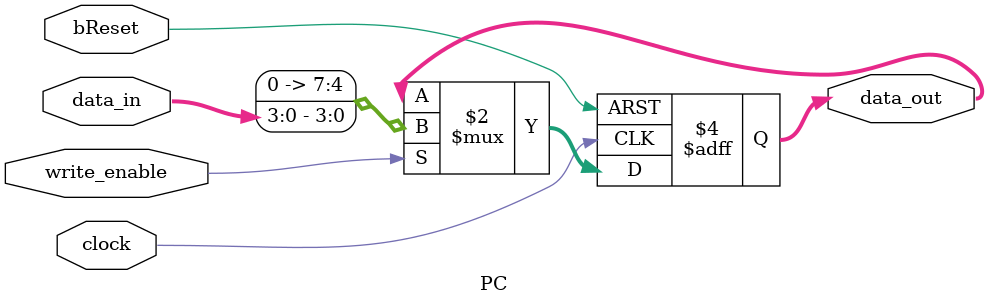
<source format=v>

module PC (
    input       [3:0] data_in,
    output reg  [7:0] data_out,
    input             clock,
    input             write_enable,
    input             bReset
);

always @(posedge clock or posedge bReset) begin
    if (bReset)
        data_out <= 8'b0;
    else if (write_enable)
        data_out <= {4'b0000, data_in};
end

endmodule

</source>
